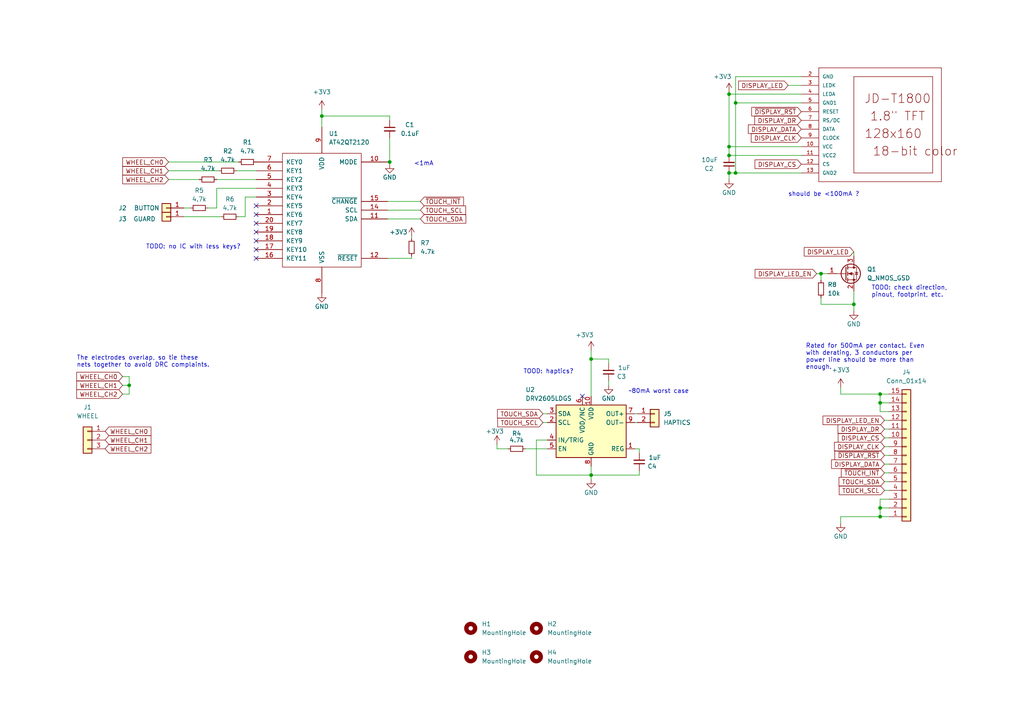
<source format=kicad_sch>
(kicad_sch (version 20211123) (generator eeschema)
  (paper "A4")
  (lib_symbols
    (symbol "Connector_Generic:Conn_01x01" (pin_names (offset 1.016) hide)
      (property "Reference" "J" (at 0 2.54 0))
      (property "Value" "Conn_01x01" (at 0 -2.54 0))
      (symbol "Conn_01x01_1_1"
        (rectangle (start -1.27 0.127) (end 0 -0.127) (stroke (width 0.1524)))
        (rectangle (start -1.27 1.27) (end 1.27 -1.27) (stroke (width 0.254)) (fill (type background)))
        (pin passive line (at -5.08 0 0) (length 3.81) (name "Pin_1") (number "1"))
      )
    )
    (symbol "Connector_Generic:Conn_01x02" (pin_names (offset 1.016) hide)
      (property "Reference" "J" (at 0 2.54 0))
      (property "Value" "Conn_01x02" (at 0 -5.08 0))
      (symbol "Conn_01x02_1_1"
        (rectangle (start -1.27 -2.413) (end 0 -2.667) (stroke (width 0.1524)))
        (rectangle (start -1.27 0.127) (end 0 -0.127) (stroke (width 0.1524)))
        (rectangle (start -1.27 1.27) (end 1.27 -3.81) (stroke (width 0.254)) (fill (type background)))
        (pin passive line (at -5.08 0 0) (length 3.81) (name "Pin_1") (number "1"))
        (pin passive line (at -5.08 -2.54 0) (length 3.81) (name "Pin_2") (number "2"))
      )
    )
    (symbol "Connector_Generic:Conn_01x03" (pin_names (offset 1.016) hide)
      (property "Reference" "J" (at 0 5.08 0))
      (property "Value" "Conn_01x03" (at 0 -5.08 0))
      (symbol "Conn_01x03_1_1"
        (rectangle (start -1.27 -2.413) (end 0 -2.667) (stroke (width 0.1524)))
        (rectangle (start -1.27 0.127) (end 0 -0.127) (stroke (width 0.1524)))
        (rectangle (start -1.27 2.667) (end 0 2.413) (stroke (width 0.1524)))
        (rectangle (start -1.27 3.81) (end 1.27 -3.81) (stroke (width 0.254)) (fill (type background)))
        (pin passive line (at -5.08 2.54 0) (length 3.81) (name "Pin_1") (number "1"))
        (pin passive line (at -5.08 0 0) (length 3.81) (name "Pin_2") (number "2"))
        (pin passive line (at -5.08 -2.54 0) (length 3.81) (name "Pin_3") (number "3"))
      )
    )
    (symbol "Connector_Generic:Conn_01x15" (pin_names (offset 1.016) hide)
      (property "Reference" "J" (at 0 20.32 0))
      (property "Value" "Conn_01x15" (at 0 -20.32 0))
      (symbol "Conn_01x15_1_1"
        (rectangle (start -1.27 -17.653) (end 0 -17.907) (stroke (width 0.1524)))
        (rectangle (start -1.27 -15.113) (end 0 -15.367) (stroke (width 0.1524)))
        (rectangle (start -1.27 -12.573) (end 0 -12.827) (stroke (width 0.1524)))
        (rectangle (start -1.27 -10.033) (end 0 -10.287) (stroke (width 0.1524)))
        (rectangle (start -1.27 -7.493) (end 0 -7.747) (stroke (width 0.1524)))
        (rectangle (start -1.27 -4.953) (end 0 -5.207) (stroke (width 0.1524)))
        (rectangle (start -1.27 -2.413) (end 0 -2.667) (stroke (width 0.1524)))
        (rectangle (start -1.27 0.127) (end 0 -0.127) (stroke (width 0.1524)))
        (rectangle (start -1.27 2.667) (end 0 2.413) (stroke (width 0.1524)))
        (rectangle (start -1.27 5.207) (end 0 4.953) (stroke (width 0.1524)))
        (rectangle (start -1.27 7.747) (end 0 7.493) (stroke (width 0.1524)))
        (rectangle (start -1.27 10.287) (end 0 10.033) (stroke (width 0.1524)))
        (rectangle (start -1.27 12.827) (end 0 12.573) (stroke (width 0.1524)))
        (rectangle (start -1.27 15.367) (end 0 15.113) (stroke (width 0.1524)))
        (rectangle (start -1.27 17.907) (end 0 17.653) (stroke (width 0.1524)))
        (rectangle (start -1.27 19.05) (end 1.27 -19.05) (stroke (width 0.254)) (fill (type background)))
        (pin passive line (at -5.08 17.78 0) (length 3.81) (name "Pin_1") (number "1"))
        (pin passive line (at -5.08 -5.08 0) (length 3.81) (name "Pin_10") (number "10"))
        (pin passive line (at -5.08 -7.62 0) (length 3.81) (name "Pin_11") (number "11"))
        (pin passive line (at -5.08 -10.16 0) (length 3.81) (name "Pin_12") (number "12"))
        (pin passive line (at -5.08 -12.7 0) (length 3.81) (name "Pin_13") (number "13"))
        (pin passive line (at -5.08 -15.24 0) (length 3.81) (name "Pin_14") (number "14"))
        (pin passive line (at -5.08 -17.78 0) (length 3.81) (name "Pin_15") (number "15"))
        (pin passive line (at -5.08 15.24 0) (length 3.81) (name "Pin_2") (number "2"))
        (pin passive line (at -5.08 12.7 0) (length 3.81) (name "Pin_3") (number "3"))
        (pin passive line (at -5.08 10.16 0) (length 3.81) (name "Pin_4") (number "4"))
        (pin passive line (at -5.08 7.62 0) (length 3.81) (name "Pin_5") (number "5"))
        (pin passive line (at -5.08 5.08 0) (length 3.81) (name "Pin_6") (number "6"))
        (pin passive line (at -5.08 2.54 0) (length 3.81) (name "Pin_7") (number "7"))
        (pin passive line (at -5.08 0 0) (length 3.81) (name "Pin_8") (number "8"))
        (pin passive line (at -5.08 -2.54 0) (length 3.81) (name "Pin_9") (number "9"))
      )
    )
    (symbol "Device:C_Small" (pin_numbers hide) (pin_names (offset 0.254) hide)
      (property "Reference" "C" (at 0.254 1.778 0))
      (property "Value" "C_Small" (at 0.254 -2.032 0))
      (symbol "C_Small_0_1"
        (polyline (pts (xy -1.524 -0.508) (xy 1.524 -0.508)) (stroke (width 0.3302)))
        (polyline (pts (xy -1.524 0.508) (xy 1.524 0.508)) (stroke (width 0.3048)))
      )
      (symbol "C_Small_1_1"
        (pin passive line (at 0 2.54 270) (length 2.032) (name "~") (number "1"))
        (pin passive line (at 0 -2.54 90) (length 2.032) (name "~") (number "2"))
      )
    )
    (symbol "Device:Q_NMOS_GSD" (pin_names (offset 0) hide)
      (property "Reference" "Q" (at 5.08 1.27 0))
      (property "Value" "Q_NMOS_GSD" (at 5.08 -1.27 0))
      (symbol "Q_NMOS_GSD_0_1"
        (polyline (pts (xy 0.254 0) (xy -2.54 0)))
        (polyline (pts (xy 0.254 1.905) (xy 0.254 -1.905)) (stroke (width 0.254)))
        (polyline (pts (xy 0.762 -1.27) (xy 0.762 -2.286)) (stroke (width 0.254)))
        (polyline (pts (xy 0.762 0.508) (xy 0.762 -0.508)) (stroke (width 0.254)))
        (polyline (pts (xy 0.762 2.286) (xy 0.762 1.27)) (stroke (width 0.254)))
        (polyline (pts (xy 2.54 2.54) (xy 2.54 1.778)))
        (polyline (pts (xy 2.54 -2.54) (xy 2.54 0) (xy 0.762 0)))
        (polyline (pts (xy 0.762 -1.778) (xy 3.302 -1.778) (xy 3.302 1.778) (xy 0.762 1.778)))
        (polyline (pts (xy 1.016 0) (xy 2.032 0.381) (xy 2.032 -0.381) (xy 1.016 0)) (fill (type outline)))
        (polyline (pts (xy 2.794 0.508) (xy 2.921 0.381) (xy 3.683 0.381) (xy 3.81 0.254)))
        (polyline (pts (xy 3.302 0.381) (xy 2.921 -0.254) (xy 3.683 -0.254) (xy 3.302 0.381)))
        (circle (center 1.651 0) (radius 2.794) (stroke (width 0.254)))
        (circle (center 2.54 -1.778) (radius 0.254) (fill (type outline)))
        (circle (center 2.54 1.778) (radius 0.254) (fill (type outline)))
      )
      (symbol "Q_NMOS_GSD_1_1"
        (pin input line (at -5.08 0 0) (length 2.54) (name "G") (number "1"))
        (pin passive line (at 2.54 -5.08 90) (length 2.54) (name "S") (number "2"))
        (pin passive line (at 2.54 5.08 270) (length 2.54) (name "D") (number "3"))
      )
    )
    (symbol "Device:R_Small" (pin_numbers hide) (pin_names (offset 0.254) hide)
      (property "Reference" "R" (at 0.762 0.508 0))
      (property "Value" "R_Small" (at 0.762 -1.016 0))
      (symbol "R_Small_0_1"
        (rectangle (start -0.762 1.778) (end 0.762 -1.778) (stroke (width 0.2032)))
      )
      (symbol "R_Small_1_1"
        (pin passive line (at 0 2.54 270) (length 0.762) (name "~") (number "1"))
        (pin passive line (at 0 -2.54 90) (length 0.762) (name "~") (number "2"))
      )
    )
    (symbol "Driver_Haptic:DRV2605LDGS"
      (property "Reference" "U" (at -10.16 8.255 0))
      (property "Value" "DRV2605LDGS" (at 2.54 -8.89 0))
      (symbol "DRV2605LDGS_0_1"
        (rectangle (start -10.16 7.62) (end 10.16 -7.62) (stroke (width 0.254)) (fill (type background)))
      )
      (symbol "DRV2605LDGS_1_1"
        (pin passive line (at 12.7 -5.08 180) (length 2.54) (name "REG") (number "1"))
        (pin power_in line (at 0 10.16 270) (length 2.54) (name "VDD") (number "10"))
        (pin input line (at -12.7 2.54 0) (length 2.54) (name "SCL") (number "2"))
        (pin bidirectional line (at -12.7 5.08 0) (length 2.54) (name "SDA") (number "3"))
        (pin input line (at -12.7 -2.54 0) (length 2.54) (name "IN/TRIG") (number "4"))
        (pin input line (at -12.7 -5.08 0) (length 2.54) (name "EN") (number "5"))
        (pin power_in line (at -2.54 10.16 270) (length 2.54) (name "VDD/NC") (number "6"))
        (pin output line (at 12.7 5.08 180) (length 2.54) (name "OUT+") (number "7"))
        (pin power_in line (at 0 -10.16 90) (length 2.54) (name "GND") (number "8"))
        (pin output line (at 12.7 2.54 180) (length 2.54) (name "OUT-") (number "9"))
      )
    )
    (symbol "Mechanical:MountingHole" (pin_names (offset 1.016))
      (property "Reference" "H" (at 0 5.08 0))
      (property "Value" "MountingHole" (at 0 3.175 0))
      (symbol "MountingHole_0_1"
        (circle (center 0 0) (radius 1.27) (stroke (width 1.27)))
      )
    )
    (symbol "faceplate-symbols:AT42QT2120" (pin_names (offset 1.016))
      (property "Reference" "U" (at 0 -2.54 0))
      (property "Value" "AT42QT2120" (at 0 2.54 0))
      (symbol "AT42QT2120_1_0"
        (rectangle (start -11.43 -16.51) (end 11.43 16.51))
      )
      (symbol "AT42QT2120_1_1"
        (pin bidirectional line (at -19.05 -1.27 0) (length 7.62) (name "KEY6") (number "1"))
        (pin input line (at 19.05 13.97 180) (length 7.62) (name "MODE") (number "10"))
        (pin tri_state line (at 19.05 -2.54 180) (length 7.62) (name "SDA") (number "11"))
        (pin input line (at 19.05 -13.97 180) (length 7.62) (name "~{RESET}") (number "12"))
        (pin no_connect line (at 7.62 -24.13 90) (length 7.62) hide (name "NC") (number "13"))
        (pin tri_state line (at 19.05 0 180) (length 7.62) (name "SCL") (number "14"))
        (pin tri_state line (at 19.05 2.54 180) (length 7.62) (name "~{CHANGE}") (number "15"))
        (pin bidirectional line (at -19.05 -13.97 0) (length 7.62) (name "KEY11") (number "16"))
        (pin bidirectional line (at -19.05 -11.43 0) (length 7.62) (name "KEY10") (number "17"))
        (pin bidirectional line (at -19.05 -8.89 0) (length 7.62) (name "KEY9") (number "18"))
        (pin bidirectional line (at -19.05 -6.35 0) (length 7.62) (name "KEY8") (number "19"))
        (pin bidirectional line (at -19.05 1.27 0) (length 7.62) (name "KEY5") (number "2"))
        (pin bidirectional line (at -19.05 -3.81 0) (length 7.62) (name "KEY7") (number "20"))
        (pin bidirectional line (at -19.05 3.81 0) (length 7.62) (name "KEY4") (number "3"))
        (pin bidirectional line (at -19.05 6.35 0) (length 7.62) (name "KEY3") (number "4"))
        (pin bidirectional line (at -19.05 8.89 0) (length 7.62) (name "KEY2") (number "5"))
        (pin bidirectional line (at -19.05 11.43 0) (length 7.62) (name "KEY1") (number "6"))
        (pin bidirectional line (at -19.05 13.97 0) (length 7.62) (name "KEY0") (number "7"))
        (pin power_in line (at 0 -24.13 90) (length 7.62) (name "VSS") (number "8"))
        (pin power_in line (at 0 24.13 270) (length 7.62) (name "VDD") (number "9"))
      )
    )
    (symbol "faceplate-symbols:JD-T1800" (pin_names (offset 1.016))
      (symbol "JD-T1800_1_0"
        (polyline (pts (xy -17.78 -15.24) (xy -17.78 17.78)))
        (polyline (pts (xy -17.78 17.78) (xy 17.78 17.78)))
        (polyline (pts (xy -7.62 -12.7) (xy -7.62 15.24)))
        (polyline (pts (xy -7.62 15.24) (xy 15.24 15.24)))
        (polyline (pts (xy 15.24 -12.7) (xy -7.62 -12.7)))
        (polyline (pts (xy 15.24 15.24) (xy 15.24 -12.7)))
        (polyline (pts (xy 17.78 -15.24) (xy -17.78 -15.24)))
        (polyline (pts (xy 17.78 17.78) (xy 17.78 -15.24)))
        (text "1.8\" TFT" (at 5.08 3.81 0) (effects (font (size 2.54 2.54))))
        (text "128x160" (at 3.81 -1.27 0) (effects (font (size 2.54 2.54))))
        (text "18-bit color" (at 10.16 -6.35 0) (effects (font (size 2.54 2.54))))
        (text "JD-T1800" (at 5.08 8.89 0) (effects (font (size 2.54 2.54))))
      )
      (symbol "JD-T1800_1_1"
        (pin power_in line (at -22.86 -5.08 0) (length 5.08) (name "VCC") (number "10"))
        (pin power_in line (at -22.86 -7.62 0) (length 5.08) (name "VCC2") (number "11"))
        (pin input line (at -22.86 -10.16 0) (length 5.08) (name "CS") (number "12"))
        (pin power_in line (at -22.86 -12.7 0) (length 5.08) (name "GND2") (number "13"))
        (pin power_in line (at -22.86 15.24 0) (length 5.08) (name "GND") (number "2"))
        (pin input line (at -22.86 12.7 0) (length 5.08) (name "LEDK") (number "3"))
        (pin input line (at -22.86 10.16 0) (length 5.08) (name "LEDA") (number "4"))
        (pin power_in line (at -22.86 7.62 0) (length 5.08) (name "GND1") (number "5"))
        (pin input line (at -22.86 5.08 0) (length 5.08) (name "RESET") (number "6"))
        (pin input line (at -22.86 2.54 0) (length 5.08) (name "RS/DC") (number "7"))
        (pin bidirectional line (at -22.86 0 0) (length 5.08) (name "DATA") (number "8"))
        (pin input line (at -22.86 -2.54 0) (length 5.08) (name "CLOCK") (number "9"))
      )
    )
    (symbol "power:+3V3" (power) (pin_names (offset 0))
      (property "Value" "+3V3" (at 0 3.556 0))
      (symbol "+3V3_0_1"
        (polyline (pts (xy -0.762 1.27) (xy 0 2.54)))
        (polyline (pts (xy 0 0) (xy 0 2.54)))
        (polyline (pts (xy 0 2.54) (xy 0.762 1.27)))
      )
      (symbol "+3V3_1_1"
        (pin power_in line (at 0 0 90) (length 0) hide (name "+3V3") (number "1"))
      )
    )
    (symbol "power:GND" (power) (pin_names (offset 0))
      (property "Value" "GND" (at 0 -3.81 0))
      (symbol "GND_0_1"
        (polyline (pts (xy 0 0) (xy 0 -1.27) (xy 1.27 -1.27) (xy 0 -2.54) (xy -1.27 -1.27) (xy 0 -1.27)))
      )
      (symbol "GND_1_1"
        (pin power_in line (at 0 0 270) (length 0) hide (name "GND") (number "1"))
      )
    )
  )
  (junction (at 93.345 33.655))
  (junction (at 211.455 42.545))
  (junction (at 255.27 147.32))
  (junction (at 171.45 137.795))
  (junction (at 247.65 88.265))
  (junction (at 211.455 45.085))
  (junction (at 211.455 50.165))
  (junction (at 171.45 104.14))
  (junction (at 238.125 79.375))
  (junction (at 255.27 149.86))
  (junction (at 211.455 27.305))
  (junction (at 213.36 50.165))
  (junction (at 37.465 111.76))
  (junction (at 213.36 29.845))
  (junction (at 255.27 116.84))
  (junction (at 255.27 114.3))
  (junction (at 113.03 46.99))
  (no_connect (at 168.91 114.935))
  (no_connect (at 74.295 59.69))
  (no_connect (at 74.295 62.23))
  (no_connect (at 74.295 64.77))
  (no_connect (at 74.295 67.31))
  (no_connect (at 74.295 69.85))
  (no_connect (at 74.295 72.39))
  (no_connect (at 74.295 74.93))
  (wire (pts (xy 255.27 114.3) (xy 257.81 114.3)))
  (wire (pts (xy 184.785 122.555) (xy 184.15 122.555)))
  (wire (pts (xy 113.03 46.99) (xy 113.03 47.625)))
  (wire (pts (xy 157.48 120.015) (xy 158.75 120.015)))
  (wire (pts (xy 74.295 54.61) (xy 62.865 54.61)))
  (wire (pts (xy 213.36 50.165) (xy 211.455 50.165)))
  (wire (pts (xy 184.15 130.175) (xy 185.42 130.175)))
  (wire (pts (xy 171.45 104.14) (xy 176.53 104.14)))
  (wire (pts (xy 171.45 101.6) (xy 171.45 104.14)))
  (wire (pts (xy 256.54 124.46) (xy 257.81 124.46)))
  (wire (pts (xy 211.455 26.67) (xy 211.455 27.305)))
  (wire (pts (xy 119.38 74.93) (xy 119.38 74.295)))
  (wire (pts (xy 243.84 112.395) (xy 243.84 114.3)))
  (wire (pts (xy 93.345 33.655) (xy 113.03 33.655)))
  (wire (pts (xy 176.53 104.14) (xy 176.53 105.41)))
  (wire (pts (xy 37.465 109.22) (xy 37.465 111.76)))
  (wire (pts (xy 257.81 119.38) (xy 255.27 119.38)))
  (wire (pts (xy 155.575 127.635) (xy 155.575 137.795)))
  (wire (pts (xy 238.125 86.36) (xy 238.125 88.265)))
  (wire (pts (xy 152.4 130.175) (xy 158.75 130.175)))
  (wire (pts (xy 113.03 34.925) (xy 113.03 33.655)))
  (wire (pts (xy 74.295 57.15) (xy 71.12 57.15)))
  (wire (pts (xy 144.145 130.175) (xy 147.32 130.175)))
  (wire (pts (xy 211.455 27.305) (xy 232.41 27.305)))
  (wire (pts (xy 112.395 46.99) (xy 113.03 46.99)))
  (wire (pts (xy 256.54 127) (xy 257.81 127)))
  (wire (pts (xy 232.41 42.545) (xy 211.455 42.545)))
  (wire (pts (xy 255.27 144.78) (xy 255.27 147.32)))
  (wire (pts (xy 228.6 24.765) (xy 232.41 24.765)))
  (wire (pts (xy 48.895 46.99) (xy 69.215 46.99)))
  (wire (pts (xy 68.58 49.53) (xy 74.295 49.53)))
  (wire (pts (xy 185.42 137.795) (xy 185.42 136.525)))
  (wire (pts (xy 171.45 137.795) (xy 171.45 139.065)))
  (wire (pts (xy 232.41 22.225) (xy 213.36 22.225)))
  (wire (pts (xy 256.54 134.62) (xy 257.81 134.62)))
  (wire (pts (xy 155.575 137.795) (xy 171.45 137.795)))
  (wire (pts (xy 211.455 42.545) (xy 211.455 27.305)))
  (wire (pts (xy 238.125 88.265) (xy 247.65 88.265)))
  (wire (pts (xy 247.65 73.025) (xy 247.65 74.295)))
  (wire (pts (xy 247.65 90.17) (xy 247.65 88.265)))
  (wire (pts (xy 257.81 144.78) (xy 255.27 144.78)))
  (wire (pts (xy 121.92 58.42) (xy 112.395 58.42)))
  (wire (pts (xy 256.54 129.54) (xy 257.81 129.54)))
  (wire (pts (xy 157.48 122.555) (xy 158.75 122.555)))
  (wire (pts (xy 62.865 52.07) (xy 74.295 52.07)))
  (wire (pts (xy 113.03 40.005) (xy 113.03 46.99)))
  (wire (pts (xy 53.34 62.865) (xy 64.135 62.865)))
  (wire (pts (xy 255.27 119.38) (xy 255.27 116.84)))
  (wire (pts (xy 238.125 81.28) (xy 238.125 79.375)))
  (wire (pts (xy 185.42 130.175) (xy 185.42 131.445)))
  (wire (pts (xy 255.27 149.86) (xy 257.81 149.86)))
  (wire (pts (xy 176.53 111.76) (xy 176.53 110.49)))
  (wire (pts (xy 35.56 109.22) (xy 37.465 109.22)))
  (wire (pts (xy 48.895 49.53) (xy 63.5 49.53)))
  (wire (pts (xy 93.345 33.655) (xy 93.345 36.83)))
  (wire (pts (xy 184.785 120.015) (xy 184.15 120.015)))
  (wire (pts (xy 213.36 29.845) (xy 213.36 50.165)))
  (wire (pts (xy 211.455 50.165) (xy 211.455 52.07)))
  (wire (pts (xy 48.895 52.07) (xy 57.785 52.07)))
  (wire (pts (xy 243.84 151.765) (xy 243.84 149.86)))
  (wire (pts (xy 243.84 114.3) (xy 255.27 114.3)))
  (wire (pts (xy 238.125 79.375) (xy 240.03 79.375)))
  (wire (pts (xy 158.75 127.635) (xy 155.575 127.635)))
  (wire (pts (xy 256.54 139.7) (xy 257.81 139.7)))
  (wire (pts (xy 121.92 60.96) (xy 112.395 60.96)))
  (wire (pts (xy 171.45 104.14) (xy 171.45 114.935)))
  (wire (pts (xy 255.27 116.84) (xy 255.27 114.3)))
  (wire (pts (xy 62.865 60.325) (xy 60.325 60.325)))
  (wire (pts (xy 255.27 147.32) (xy 255.27 149.86)))
  (wire (pts (xy 256.54 132.08) (xy 257.81 132.08)))
  (wire (pts (xy 35.56 111.76) (xy 37.465 111.76)))
  (wire (pts (xy 236.855 79.375) (xy 238.125 79.375)))
  (wire (pts (xy 247.65 88.265) (xy 247.65 84.455)))
  (wire (pts (xy 213.36 22.225) (xy 213.36 29.845)))
  (wire (pts (xy 232.41 45.085) (xy 211.455 45.085)))
  (wire (pts (xy 62.865 54.61) (xy 62.865 60.325)))
  (wire (pts (xy 171.45 135.255) (xy 171.45 137.795)))
  (wire (pts (xy 93.345 31.75) (xy 93.345 33.655)))
  (wire (pts (xy 256.54 121.92) (xy 257.81 121.92)))
  (wire (pts (xy 37.465 111.76) (xy 37.465 114.3)))
  (wire (pts (xy 256.54 137.16) (xy 257.81 137.16)))
  (wire (pts (xy 119.38 74.93) (xy 112.395 74.93)))
  (wire (pts (xy 211.455 45.085) (xy 211.455 42.545)))
  (wire (pts (xy 144.145 128.905) (xy 144.145 130.175)))
  (wire (pts (xy 35.56 114.3) (xy 37.465 114.3)))
  (wire (pts (xy 257.81 116.84) (xy 255.27 116.84)))
  (wire (pts (xy 257.81 147.32) (xy 255.27 147.32)))
  (wire (pts (xy 71.12 62.865) (xy 69.215 62.865)))
  (wire (pts (xy 232.41 29.845) (xy 213.36 29.845)))
  (wire (pts (xy 71.12 57.15) (xy 71.12 62.865)))
  (wire (pts (xy 119.38 69.215) (xy 119.38 68.58)))
  (wire (pts (xy 185.42 137.795) (xy 171.45 137.795)))
  (wire (pts (xy 243.84 149.86) (xy 255.27 149.86)))
  (wire (pts (xy 121.92 63.5) (xy 112.395 63.5)))
  (wire (pts (xy 53.34 60.325) (xy 55.245 60.325)))
  (wire (pts (xy 232.41 50.165) (xy 213.36 50.165)))
  (wire (pts (xy 256.54 142.24) (xy 257.81 142.24)))
  (text "The electrodes overlap, so tie these\nnets together to avoid DRC complaints." (at 22.225 106.68 0) (effects (font (size 1.27 1.27)) (justify left bottom)))
  (text "TOOD: haptics?" (at 151.765 108.585 0) (effects (font (size 1.27 1.27)) (justify left bottom)))
  (text "TODO: no IC with less keys?" (at 69.85 72.39 180) (effects (font (size 1.27 1.27)) (justify right bottom)))
  (text "TODO: check direction,\npinout, footprint, etc." (at 252.73 86.36 0) (effects (font (size 1.27 1.27)) (justify left bottom)))
  (text "should be <100mA ?" (at 228.6 57.15 0) (effects (font (size 1.27 1.27)) (justify left bottom)))
  (text "~80mA worst case" (at 182.245 114.3 0) (effects (font (size 1.27 1.27)) (justify left bottom)))
  (text "Rated for 500mA per contact. Even\nwith derating, 3 conductors per\npower line should be more than\nenough." (at 233.68 107.315 0) (effects (font (size 1.27 1.27)) (justify left bottom)))
  (text "<1mA" (at 120.015 48.26 0) (effects (font (size 1.27 1.27)) (justify left bottom)))
  (global_label "~{TOUCH_INT}" (shape input) (at 121.92 58.42 0) (property "Intersheet References" "${INTERSHEET_REFS}" (effects hide)))
  (global_label "DISPLAY_DATA" (shape input) (at 232.41 37.465 180) (property "Intersheet References" "${INTERSHEET_REFS}" (effects hide)))
  (global_label "WHEEL_CH0" (shape input) (at 30.48 125.095 0) (property "Intersheet References" "${INTERSHEET_REFS}" (effects hide)))
  (global_label "TOUCH_SDA" (shape input) (at 121.92 63.5 0) (property "Intersheet References" "${INTERSHEET_REFS}" (effects hide)))
  (global_label "TOUCH_SCL" (shape input) (at 256.54 142.24 180) (property "Intersheet References" "${INTERSHEET_REFS}" (effects hide)))
  (global_label "WHEEL_CH0" (shape input) (at 35.56 109.22 180) (property "Intersheet References" "${INTERSHEET_REFS}" (effects hide)))
  (global_label "DISPLAY_DATA" (shape input) (at 256.54 134.62 180) (property "Intersheet References" "${INTERSHEET_REFS}" (effects hide)))
  (global_label "DISPLAY_CLK" (shape input) (at 256.54 129.54 180) (property "Intersheet References" "${INTERSHEET_REFS}" (effects hide)))
  (global_label "DISPLAY_CS" (shape input) (at 256.54 127 180) (property "Intersheet References" "${INTERSHEET_REFS}" (effects hide)))
  (global_label "DISPLAY_DR" (shape input) (at 232.41 34.925 180) (property "Intersheet References" "${INTERSHEET_REFS}" (effects hide)))
  (global_label "TOUCH_SDA" (shape input) (at 256.54 139.7 180) (property "Intersheet References" "${INTERSHEET_REFS}" (effects hide)))
  (global_label "WHEEL_CH2" (shape input) (at 48.895 52.07 180) (property "Intersheet References" "${INTERSHEET_REFS}" (effects hide)))
  (global_label "DISPLAY_DR" (shape input) (at 256.54 124.46 180) (property "Intersheet References" "${INTERSHEET_REFS}" (effects hide)))
  (global_label "WHEEL_CH1" (shape input) (at 48.895 49.53 180) (property "Intersheet References" "${INTERSHEET_REFS}" (effects hide)))
  (global_label "DISPLAY_CS" (shape input) (at 232.41 47.625 180) (property "Intersheet References" "${INTERSHEET_REFS}" (effects hide)))
  (global_label "DISPLAY_LED" (shape input) (at 247.65 73.025 180) (property "Intersheet References" "${INTERSHEET_REFS}" (effects hide)))
  (global_label "WHEEL_CH1" (shape input) (at 30.48 127.635 0) (property "Intersheet References" "${INTERSHEET_REFS}" (effects hide)))
  (global_label "DISPLAY_LED_EN" (shape input) (at 256.54 121.92 180) (property "Intersheet References" "${INTERSHEET_REFS}" (effects hide)))
  (global_label "~{DISPLAY_RST}" (shape input) (at 256.54 132.08 180) (property "Intersheet References" "${INTERSHEET_REFS}" (effects hide)))
  (global_label "WHEEL_CH0" (shape input) (at 48.895 46.99 180) (property "Intersheet References" "${INTERSHEET_REFS}" (effects hide)))
  (global_label "TOUCH_SDA" (shape input) (at 157.48 120.015 180) (property "Intersheet References" "${INTERSHEET_REFS}" (effects hide)))
  (global_label "~{TOUCH_INT}" (shape input) (at 256.54 137.16 180) (property "Intersheet References" "${INTERSHEET_REFS}" (effects hide)))
  (global_label "DISPLAY_LED" (shape input) (at 228.6 24.765 180) (property "Intersheet References" "${INTERSHEET_REFS}" (effects hide)))
  (global_label "TOUCH_SCL" (shape input) (at 157.48 122.555 180) (property "Intersheet References" "${INTERSHEET_REFS}" (effects hide)))
  (global_label "DISPLAY_LED_EN" (shape input) (at 236.855 79.375 180) (property "Intersheet References" "${INTERSHEET_REFS}" (effects hide)))
  (global_label "WHEEL_CH2" (shape input) (at 35.56 114.3 180) (property "Intersheet References" "${INTERSHEET_REFS}" (effects hide)))
  (global_label "DISPLAY_CLK" (shape input) (at 232.41 40.005 180) (property "Intersheet References" "${INTERSHEET_REFS}" (effects hide)))
  (global_label "TOUCH_SCL" (shape input) (at 121.92 60.96 0) (property "Intersheet References" "${INTERSHEET_REFS}" (effects hide)))
  (global_label "~{DISPLAY_RST}" (shape input) (at 232.41 32.385 180) (property "Intersheet References" "${INTERSHEET_REFS}" (effects hide)))
  (global_label "WHEEL_CH1" (shape input) (at 35.56 111.76 180) (property "Intersheet References" "${INTERSHEET_REFS}" (effects hide)))
  (global_label "WHEEL_CH2" (shape input) (at 30.48 130.175 0) (property "Intersheet References" "${INTERSHEET_REFS}" (effects hide)))
  (symbol (lib_id "power:GND") (at 171.45 139.065 0) (unit 1)
    (property "Reference" "#PWR0108" (effects hide))
    (property "Value" "GND" (at 171.45 142.875 0))
  )
  (symbol (lib_id "power:GND") (at 113.03 47.625 0) (unit 1)
    (property "Reference" "#PWR02" (effects hide))
    (property "Value" "GND" (at 113.03 51.435 0))
  )
  (symbol (lib_id "power:+3V3") (at 93.345 31.75 0) (unit 1)
    (property "Reference" "#PWR01" (effects hide))
    (property "Value" "+3V3" (at 93.345 26.67 0))
  )
  (symbol (lib_id "Driver_Haptic:DRV2605LDGS") (at 171.45 125.095 0) (unit 1)
    (property "Reference" "U2" (at 152.4 113.03 0) (effects (justify left)))
    (property "Value" "DRV2605LDGS" (at 152.4 115.57 0) (effects (justify left)))
    (property "Footprint" "Package_SO:VSSOP-10_3x3mm_P0.5mm" (effects hide))
    (property "Datasheet" "http://www.ti.com/lit/ds/symlink/drv2605l.pdf" (effects hide))
  )
  (symbol (lib_id "Device:R_Small") (at 60.325 52.07 90) (unit 1)
    (property "Reference" "R3" (at 60.325 46.355 90))
    (property "Value" "4.7k" (at 60.325 48.895 90))
    (property "Footprint" "Resistor_SMD:R_0402_1005Metric" (effects hide))
  )
  (symbol (lib_id "Device:R_Small") (at 66.675 62.865 90) (unit 1)
    (property "Reference" "R6" (at 66.675 57.785 90))
    (property "Value" "4.7k" (at 66.675 60.325 90))
    (property "Footprint" "Resistor_SMD:R_0402_1005Metric" (effects hide))
  )
  (symbol (lib_id "Mechanical:MountingHole") (at 155.575 190.5 0) (unit 1)
    (property "Reference" "H4" (at 158.75 189.2299 0) (effects (justify left)))
    (property "Value" "MountingHole" (at 158.75 191.7699 0) (effects (justify left)))
    (property "Footprint" "MountingHole:MountingHole_2.2mm_M2" (effects hide))
  )
  (symbol (lib_id "Mechanical:MountingHole") (at 136.525 190.5 0) (unit 1)
    (property "Reference" "H3" (at 139.7 189.2299 0) (effects (justify left)))
    (property "Value" "MountingHole" (at 139.7 191.7699 0) (effects (justify left)))
    (property "Footprint" "MountingHole:MountingHole_2.2mm_M2" (effects hide))
  )
  (symbol (lib_id "Connector_Generic:Conn_01x03") (at 25.4 127.635 0) (mirror y) (unit 1)
    (property "Reference" "J1" (at 25.4 118.11 0))
    (property "Value" "WHEEL" (at 25.4 120.65 0))
    (property "Footprint" "faceplate-footprints:qtouch-wheel" (effects hide))
  )
  (symbol (lib_id "power:GND") (at 243.84 151.765 0) (unit 1)
    (property "Reference" "#PWR0102" (effects hide))
    (property "Value" "GND" (at 243.84 155.575 0))
  )
  (symbol (lib_id "Device:C_Small") (at 176.53 107.95 180) (unit 1)
    (property "Reference" "C3" (at 181.61 109.22 0) (effects (justify left)))
    (property "Value" "1uF" (at 182.88 106.68 0) (effects (justify left)))
    (property "Footprint" "Capacitor_SMD:C_0805_2012Metric" (effects hide))
  )
  (symbol (lib_id "Device:R_Small") (at 149.86 130.175 90) (unit 1)
    (property "Reference" "R4" (at 149.86 125.73 90))
    (property "Value" "4.7k" (at 149.86 127.635 90))
    (property "Footprint" "Resistor_SMD:R_0402_1005Metric" (effects hide))
  )
  (symbol (lib_id "power:GND") (at 211.455 52.07 0) (unit 1)
    (property "Reference" "#PWR0104" (effects hide))
    (property "Value" "GND" (at 211.455 55.88 0))
  )
  (symbol (lib_id "power:GND") (at 176.53 111.76 0) (unit 1)
    (property "Reference" "#PWR0106" (effects hide))
    (property "Value" "GND" (at 176.53 115.57 0))
  )
  (symbol (lib_id "Device:R_Small") (at 238.125 83.82 0) (unit 1)
    (property "Reference" "R8" (at 240.03 82.5499 0) (effects (justify left)))
    (property "Value" "10k" (at 240.03 85.0899 0) (effects (justify left)))
    (property "Footprint" "Resistor_SMD:R_0402_1005Metric" (effects hide))
  )
  (symbol (lib_id "Connector_Generic:Conn_01x01") (at 48.26 62.865 180) (unit 1)
    (property "Reference" "J3" (at 35.56 63.5 0))
    (property "Value" "GUARD" (at 41.91 63.5 0))
    (property "Footprint" "faceplate-footprints:qtouch-guard" (effects hide))
  )
  (symbol (lib_id "Device:Q_NMOS_GSD") (at 245.11 79.375 0) (unit 1)
    (property "Reference" "Q1" (at 251.46 78.1049 0) (effects (justify left)))
    (property "Value" "Q_NMOS_GSD" (at 251.46 80.6449 0) (effects (justify left)))
    (property "Footprint" "Package_TO_SOT_SMD:SOT-323_SC-70" (effects hide))
  )
  (symbol (lib_id "power:GND") (at 93.345 85.09 0) (unit 1)
    (property "Reference" "#PWR05" (effects hide))
    (property "Value" "GND" (at 93.345 88.9 0))
  )
  (symbol (lib_id "Device:C_Small") (at 113.03 37.465 0) (unit 1)
    (property "Reference" "C1" (at 117.475 36.195 0) (effects (justify left)))
    (property "Value" "0.1uF" (at 116.205 38.735 0) (effects (justify left)))
    (property "Footprint" "Capacitor_SMD:C_0603_1608Metric" (effects hide))
  )
  (symbol (lib_id "power:+3V3") (at 144.145 128.905 0) (unit 1)
    (property "Reference" "#PWR0107" (effects hide))
    (property "Value" "+3V3" (at 143.51 125.095 0))
  )
  (symbol (lib_id "Device:R_Small") (at 57.785 60.325 90) (unit 1)
    (property "Reference" "R5" (at 57.785 55.245 90))
    (property "Value" "4.7k" (at 57.785 57.785 90))
    (property "Footprint" "Resistor_SMD:R_0402_1005Metric" (effects hide))
  )
  (symbol (lib_id "Device:C_Small") (at 185.42 133.985 180) (unit 1)
    (property "Reference" "C4" (at 190.5 135.255 0) (effects (justify left)))
    (property "Value" "1uF" (at 191.77 132.715 0) (effects (justify left)))
    (property "Footprint" "Capacitor_SMD:C_0805_2012Metric" (effects hide))
  )
  (symbol (lib_id "Connector_Generic:Conn_01x01") (at 48.26 60.325 180) (unit 1)
    (property "Reference" "J2" (at 35.56 60.325 0))
    (property "Value" "BUTTON" (at 42.545 60.325 0))
    (property "Footprint" "faceplate-footprints:qtouch-button" (effects hide))
  )
  (symbol (lib_id "power:+3V3") (at 171.45 101.6 0) (unit 1)
    (property "Reference" "#PWR0109" (effects hide))
    (property "Value" "+3V3" (at 169.545 97.155 0))
  )
  (symbol (lib_id "Device:R_Small") (at 71.755 46.99 90) (unit 1)
    (property "Reference" "R1" (at 71.755 41.275 90))
    (property "Value" "4.7k" (at 71.755 43.815 90))
    (property "Footprint" "Resistor_SMD:R_0402_1005Metric" (effects hide))
  )
  (symbol (lib_id "Mechanical:MountingHole") (at 136.525 182.245 0) (unit 1)
    (property "Reference" "H1" (at 139.7 180.9749 0) (effects (justify left)))
    (property "Value" "MountingHole" (at 139.7 183.5149 0) (effects (justify left)))
    (property "Footprint" "MountingHole:MountingHole_2.2mm_M2" (effects hide))
  )
  (symbol (lib_id "Device:R_Small") (at 66.04 49.53 90) (unit 1)
    (property "Reference" "R2" (at 66.04 43.815 90))
    (property "Value" "4.7k" (at 66.04 46.355 90))
    (property "Footprint" "Resistor_SMD:R_0402_1005Metric" (effects hide))
  )
  (symbol (lib_id "power:GND") (at 247.65 90.17 0) (unit 1)
    (property "Reference" "#PWR0103" (effects hide))
    (property "Value" "GND" (at 247.65 93.98 0))
  )
  (symbol (lib_id "Mechanical:MountingHole") (at 155.575 182.245 0) (unit 1)
    (property "Reference" "H2" (at 158.75 180.9749 0) (effects (justify left)))
    (property "Value" "MountingHole" (at 158.75 183.5149 0) (effects (justify left)))
    (property "Footprint" "MountingHole:MountingHole_2.2mm_M2" (effects hide))
  )
  (symbol (lib_id "power:+3V3") (at 211.455 26.67 0) (unit 1)
    (property "Reference" "#PWR0105" (effects hide))
    (property "Value" "+3V3" (at 209.55 22.225 0))
  )
  (symbol (lib_id "power:+3V3") (at 243.84 112.395 0) (unit 1)
    (property "Reference" "#PWR0101" (effects hide))
    (property "Value" "+3V3" (at 243.84 107.315 0))
  )
  (symbol (lib_id "power:+3V3") (at 119.38 68.58 0) (unit 1)
    (property "Reference" "#PWR04" (effects hide))
    (property "Value" "+3V3" (at 115.57 67.31 0))
  )
  (symbol (lib_id "faceplate-symbols:AT42QT2120") (at 93.345 60.96 0) (unit 1)
    (property "Reference" "U1" (at 95.3644 38.735 0) (effects (justify left)))
    (property "Value" "AT42QT2120" (at 95.3644 41.275 0) (effects (justify left)))
    (property "Footprint" "Package_DFN_QFN:VQFN-20-1EP_3x3mm_P0.45mm_EP1.55x1.55mm" (effects hide))
    (property "Datasheet" "DOCUMENTATION" (effects hide))
  )
  (symbol (lib_id "faceplate-symbols:JD-T1800") (at 255.27 37.465 0) (unit 1)
    (property "Reference" "LCD1" (effects hide))
    (property "Value" "JD-T1800" (effects hide))
    (property "Footprint" "faceplate-footprints:JD-T1800" (effects hide))
  )
  (symbol (lib_id "Connector_Generic:Conn_01x15") (at 262.89 132.08 0) (mirror x) (unit 1)
    (property "Reference" "J4" (at 262.89 107.95 0))
    (property "Value" "Conn_01x14" (at 262.89 110.49 0))
    (property "Footprint" "Connector_FFC-FPC:Molex_200528-0150_1x15-1MP_P1.00mm_Horizontal" (effects hide))
  )
  (symbol (lib_id "Device:R_Small") (at 119.38 71.755 0) (unit 1)
    (property "Reference" "R7" (at 121.92 70.4849 0) (effects (justify left)))
    (property "Value" "4.7k" (at 121.92 73.0249 0) (effects (justify left)))
    (property "Footprint" "Resistor_SMD:R_0402_1005Metric" (effects hide))
  )
  (symbol (lib_id "Device:C_Small") (at 211.455 47.625 180) (unit 1)
    (property "Reference" "C2" (at 207.01 48.895 0) (effects (justify left)))
    (property "Value" "10uF" (at 208.28 46.355 0) (effects (justify left)))
    (property "Footprint" "Capacitor_SMD:C_0805_2012Metric" (effects hide))
  )
  (symbol (lib_id "Connector_Generic:Conn_01x02") (at 189.865 120.015 0) (unit 1)
    (property "Reference" "J5" (at 192.405 120.0149 0) (effects (justify left)))
    (property "Value" "HAPTICS" (at 192.405 122.5549 0) (effects (justify left)))
    (property "Footprint" "Connector_PinHeader_2.00mm:PinHeader_1x02_P2.00mm_Vertical" (effects hide))
  )
)
</source>
